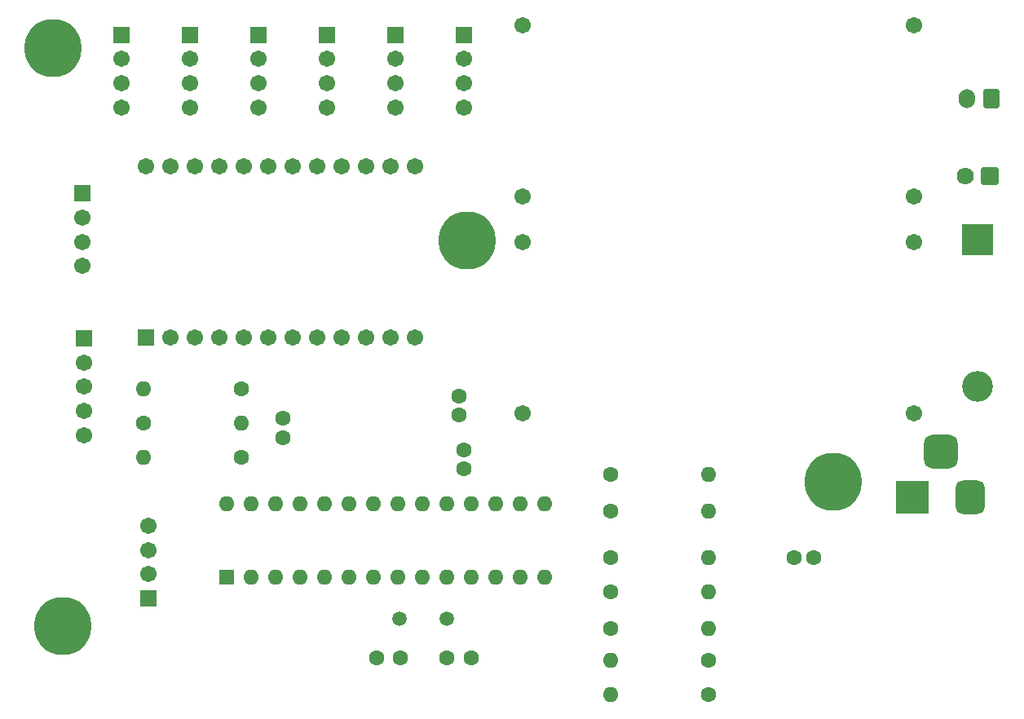
<source format=gbr>
%TF.GenerationSoftware,KiCad,Pcbnew,8.0.2*%
%TF.CreationDate,2024-06-06T11:53:52+07:00*%
%TF.ProjectId,IncubatorTesterV6,496e6375-6261-4746-9f72-546573746572,rev?*%
%TF.SameCoordinates,Original*%
%TF.FileFunction,Soldermask,Bot*%
%TF.FilePolarity,Negative*%
%FSLAX46Y46*%
G04 Gerber Fmt 4.6, Leading zero omitted, Abs format (unit mm)*
G04 Created by KiCad (PCBNEW 8.0.2) date 2024-06-06 11:53:52*
%MOMM*%
%LPD*%
G01*
G04 APERTURE LIST*
G04 Aperture macros list*
%AMRoundRect*
0 Rectangle with rounded corners*
0 $1 Rounding radius*
0 $2 $3 $4 $5 $6 $7 $8 $9 X,Y pos of 4 corners*
0 Add a 4 corners polygon primitive as box body*
4,1,4,$2,$3,$4,$5,$6,$7,$8,$9,$2,$3,0*
0 Add four circle primitives for the rounded corners*
1,1,$1+$1,$2,$3*
1,1,$1+$1,$4,$5*
1,1,$1+$1,$6,$7*
1,1,$1+$1,$8,$9*
0 Add four rect primitives between the rounded corners*
20,1,$1+$1,$2,$3,$4,$5,0*
20,1,$1+$1,$4,$5,$6,$7,0*
20,1,$1+$1,$6,$7,$8,$9,0*
20,1,$1+$1,$8,$9,$2,$3,0*%
G04 Aperture macros list end*
%ADD10C,1.712000*%
%ADD11RoundRect,0.102000X0.754000X-0.754000X0.754000X0.754000X-0.754000X0.754000X-0.754000X-0.754000X0*%
%ADD12C,1.600000*%
%ADD13R,1.600000X1.600000*%
%ADD14O,1.600000X1.600000*%
%ADD15RoundRect,0.102000X-0.754000X0.754000X-0.754000X-0.754000X0.754000X-0.754000X0.754000X0.754000X0*%
%ADD16RoundRect,0.250000X0.600000X0.750000X-0.600000X0.750000X-0.600000X-0.750000X0.600000X-0.750000X0*%
%ADD17O,1.700000X2.000000*%
%ADD18R,3.500000X3.500000*%
%ADD19RoundRect,0.750000X0.750000X1.000000X-0.750000X1.000000X-0.750000X-1.000000X0.750000X-1.000000X0*%
%ADD20RoundRect,0.875000X0.875000X0.875000X-0.875000X0.875000X-0.875000X-0.875000X0.875000X-0.875000X0*%
%ADD21RoundRect,0.102000X-0.787500X-0.787500X0.787500X-0.787500X0.787500X0.787500X-0.787500X0.787500X0*%
%ADD22C,1.779000*%
%ADD23C,1.500000*%
%ADD24R,3.200000X3.200000*%
%ADD25O,3.200000X3.200000*%
%ADD26O,6.000000X6.000000*%
G04 APERTURE END LIST*
D10*
%TO.C,U6*%
X192010000Y-105720000D03*
X192010000Y-87940000D03*
X151370000Y-87940000D03*
X151370000Y-105720000D03*
%TD*%
%TO.C,U5*%
X191940000Y-83200000D03*
X191940000Y-65420000D03*
X151300000Y-65420000D03*
X151300000Y-83200000D03*
%TD*%
D11*
%TO.C,J6*%
X123894315Y-66455685D03*
D10*
X123894315Y-68955685D03*
X123894315Y-71455685D03*
X123894315Y-73955685D03*
%TD*%
D12*
%TO.C,C4*%
X143492315Y-131105685D03*
X145992315Y-131105685D03*
%TD*%
D11*
%TO.C,J5*%
X109670315Y-66455685D03*
D10*
X109670315Y-68955685D03*
X109670315Y-71455685D03*
X109670315Y-73955685D03*
%TD*%
D11*
%TO.C,J9*%
X105750000Y-97990000D03*
D10*
X105750000Y-100490000D03*
X105750000Y-102990000D03*
X105750000Y-105490000D03*
X105750000Y-107990000D03*
%TD*%
D13*
%TO.C,U1*%
X120592315Y-122723685D03*
D14*
X123132315Y-122723685D03*
X125672315Y-122723685D03*
X128212315Y-122723685D03*
X130752315Y-122723685D03*
X133292315Y-122723685D03*
X135832315Y-122723685D03*
X138372315Y-122723685D03*
X140912315Y-122723685D03*
X143452315Y-122723685D03*
X145992315Y-122723685D03*
X148532315Y-122723685D03*
X151072315Y-122723685D03*
X153612315Y-122723685D03*
X153612315Y-115103685D03*
X151072315Y-115103685D03*
X148532315Y-115103685D03*
X145992315Y-115103685D03*
X143452315Y-115103685D03*
X140912315Y-115103685D03*
X138372315Y-115103685D03*
X135832315Y-115103685D03*
X133292315Y-115103685D03*
X130752315Y-115103685D03*
X128212315Y-115103685D03*
X125672315Y-115103685D03*
X123132315Y-115103685D03*
X120592315Y-115103685D03*
%TD*%
D11*
%TO.C,J2*%
X138118315Y-66455685D03*
D10*
X138118315Y-68955685D03*
X138118315Y-71455685D03*
X138118315Y-73955685D03*
%TD*%
D12*
%TO.C,R10*%
X122116315Y-110277685D03*
D14*
X111956315Y-110277685D03*
%TD*%
D12*
%TO.C,R5*%
X122116315Y-103165685D03*
D14*
X111956315Y-103165685D03*
%TD*%
D12*
%TO.C,C6*%
X138666315Y-131105685D03*
X136166315Y-131105685D03*
%TD*%
D15*
%TO.C,J8*%
X112447315Y-124949685D03*
D10*
X112447315Y-122449685D03*
X112447315Y-119949685D03*
X112447315Y-117449685D03*
%TD*%
D12*
%TO.C,R9*%
X160470315Y-128057685D03*
D14*
X170630315Y-128057685D03*
%TD*%
D12*
%TO.C,R2*%
X160470315Y-124247685D03*
D14*
X170630315Y-124247685D03*
%TD*%
D12*
%TO.C,R1*%
X160470315Y-115865685D03*
D14*
X170630315Y-115865685D03*
%TD*%
D16*
%TO.C,Battery1*%
X200000000Y-73041285D03*
D17*
X197500000Y-73041285D03*
%TD*%
D11*
%TO.C,J4*%
X116782315Y-66455685D03*
D10*
X116782315Y-68955685D03*
X116782315Y-71455685D03*
X116782315Y-73955685D03*
%TD*%
D18*
%TO.C,VDCIn1*%
X191799000Y-114428000D03*
D19*
X197799000Y-114428000D03*
D20*
X194799000Y-109728000D03*
%TD*%
D12*
%TO.C,R7*%
X170630315Y-134915685D03*
D14*
X160470315Y-134915685D03*
%TD*%
D12*
%TO.C,C7*%
X145230315Y-109515685D03*
X145230315Y-111515685D03*
%TD*%
%TO.C,C2*%
X126434315Y-108245685D03*
X126434315Y-106245685D03*
%TD*%
%TO.C,R3*%
X160470315Y-120691685D03*
D14*
X170630315Y-120691685D03*
%TD*%
D11*
%TO.C,J1*%
X131006315Y-66455685D03*
D10*
X131006315Y-68955685D03*
X131006315Y-71455685D03*
X131006315Y-73955685D03*
%TD*%
D12*
%TO.C,C1*%
X181536315Y-120691685D03*
X179536315Y-120691685D03*
%TD*%
%TO.C,R6*%
X111956315Y-106721685D03*
D14*
X122116315Y-106721685D03*
%TD*%
D12*
%TO.C,R4*%
X160470315Y-112055685D03*
D14*
X170630315Y-112055685D03*
%TD*%
D21*
%TO.C,SwitchSlot1*%
X199840315Y-81067685D03*
D22*
X197340315Y-81067685D03*
%TD*%
D11*
%TO.C,J7*%
X105623315Y-82925685D03*
D10*
X105623315Y-85425685D03*
X105623315Y-87925685D03*
X105623315Y-90425685D03*
%TD*%
D11*
%TO.C,J3*%
X145230315Y-66455685D03*
D10*
X145230315Y-68955685D03*
X145230315Y-71455685D03*
X145230315Y-73955685D03*
%TD*%
D12*
%TO.C,R8*%
X170630315Y-131359685D03*
D14*
X160470315Y-131359685D03*
%TD*%
D12*
%TO.C,C5*%
X144722315Y-103927685D03*
X144722315Y-105927685D03*
%TD*%
D23*
%TO.C,Y1*%
X143452315Y-127041685D03*
X138572315Y-127041685D03*
%TD*%
D11*
%TO.C,U3*%
X112260000Y-97831685D03*
D10*
X114800000Y-97831685D03*
X117340000Y-97831685D03*
X119880000Y-97831685D03*
X122420000Y-97831685D03*
X124960000Y-97831685D03*
X127500000Y-97831685D03*
X130040000Y-97831685D03*
X132580000Y-97831685D03*
X135120000Y-97831685D03*
X137660000Y-97831685D03*
X140200000Y-97831685D03*
X140200000Y-80051685D03*
X137660000Y-80051685D03*
X135120000Y-80051685D03*
X132580000Y-80051685D03*
X130040000Y-80051685D03*
X127500000Y-80051685D03*
X124960000Y-80051685D03*
X122420000Y-80051685D03*
X119880000Y-80051685D03*
X117340000Y-80051685D03*
X114800000Y-80051685D03*
X112260000Y-80051685D03*
%TD*%
D24*
%TO.C,D1*%
X198570315Y-87671685D03*
D25*
X198570315Y-102911685D03*
%TD*%
D26*
%TO.C,*%
X183594715Y-112836685D03*
%TD*%
%TO.C,*%
X102594715Y-67836685D03*
%TD*%
%TO.C,*%
X145594715Y-87836685D03*
%TD*%
%TO.C,*%
X103594715Y-127836685D03*
%TD*%
M02*

</source>
